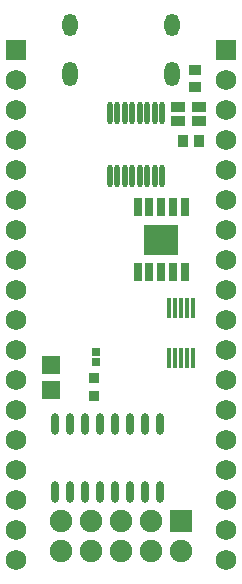
<source format=gbs>
G04 Layer: BottomSolderMaskLayer*
G04 EasyEDA Pro v1.9.26, 2023-01-09 17:51:20*
G04 Gerber Generator version 0.3*
G04 Scale: 100 percent, Rotated: No, Reflected: No*
G04 Dimensions in millimeters*
G04 Leading zeros omitted, absolute positions, 3 integers and 3 decimals*
%FSLAX33Y33*%
%MOMM*%
%AMOval*1,1,$1,$2,$3*1,1,$1,$4,$5*20,1,$1,$2,$3,$4,$5,0*%
%ADD10Oval,1.300023X0.0X-0.399999X0.0X0.399999*%
%ADD11Oval,1.300023X0.0X-0.299999X0.0X0.299999*%
%ADD12C,1.901596*%
%ADD13R,1.901596X1.901596*%
%ADD14R,1.701597X1.751609*%
%ADD15C,1.751609*%
%ADD16R,0.641604X0.667258*%
%ADD17R,0.965606X0.908075*%
%ADD18R,1.60274X1.50368*%
%ADD19R,0.901598X1.001598*%
%ADD20R,1.201598X0.901598*%
%ADD21Oval,0.38161X0.0X-0.670001X0.0X0.670001*%
%ADD22Oval,0.661594X0.0X-0.592506X0.0X0.592506*%
%ADD23R,0.701599X1.601597*%
%ADD24R,2.901594X2.501595*%
%ADD25Oval,0.4572X0.0X-0.729602X0.0X0.729602*%
%ADD26R,1.001598X0.901598*%
G75*


G04 Pad Start*
G54D10*
G01X121422Y20200D03*
G01X112772Y20200D03*
G54D11*
G01X121422Y24400D03*
G01X112772Y24400D03*
G54D12*
G01X112017Y-20139D03*
G01X112017Y-17599D03*
G01X114557Y-20139D03*
G01X114557Y-17599D03*
G01X117097Y-20139D03*
G01X117097Y-17599D03*
G01X119637Y-20139D03*
G01X119637Y-17599D03*
G01X122177Y-20139D03*
G54D13*
G01X122177Y-17599D03*
G54D14*
G01X108207Y22279D03*
G54D15*
G01X108207Y19739D03*
G01X108207Y17199D03*
G01X108207Y14659D03*
G01X108207Y12119D03*
G01X108207Y9579D03*
G01X108207Y7039D03*
G01X108207Y4499D03*
G01X108207Y1959D03*
G01X108207Y-581D03*
G01X108207Y-3121D03*
G01X108207Y-5661D03*
G01X108207Y-8201D03*
G01X108207Y-10741D03*
G01X108207Y-13281D03*
G01X108207Y-15821D03*
G01X108207Y-18361D03*
G01X108207Y-20901D03*
G54D16*
G01X114938Y-3323D03*
G01X114938Y-4188D03*
G54D17*
G01X114811Y-5542D03*
G01X114811Y-7049D03*
G54D18*
G01X111128Y-6550D03*
G01X111128Y-4449D03*
G54D19*
G01X122301Y14532D03*
G01X123701Y14532D03*
G54D20*
G01X123712Y17393D03*
G01X123712Y16243D03*
G01X121912Y16244D03*
G01X121912Y17394D03*
G54D14*
G01X125987Y22279D03*
G54D15*
G01X125987Y19739D03*
G01X125987Y17199D03*
G01X125987Y14659D03*
G01X125987Y12119D03*
G01X125987Y9579D03*
G01X125987Y7039D03*
G01X125987Y4499D03*
G01X125987Y1959D03*
G01X125987Y-581D03*
G01X125987Y-3121D03*
G01X125987Y-5661D03*
G01X125987Y-8201D03*
G01X125987Y-10741D03*
G01X125987Y-13281D03*
G01X125987Y-15821D03*
G01X125987Y-18361D03*
G01X125987Y-20901D03*
G54D21*
G01X123177Y-3834D03*
G01X122677Y-3834D03*
G01X122177Y-3834D03*
G01X121677Y-3834D03*
G01X121177Y-3834D03*
G01X123177Y386D03*
G01X122677Y386D03*
G01X122177Y386D03*
G01X121677Y386D03*
G01X121177Y386D03*
G54D22*
G01X120399Y-15137D03*
G01X119129Y-15137D03*
G01X117859Y-15137D03*
G01X116589Y-15137D03*
G01X115319Y-15137D03*
G01X114049Y-15137D03*
G01X112779Y-15137D03*
G01X111509Y-15137D03*
G01X120399Y-9392D03*
G01X119129Y-9392D03*
G01X117859Y-9392D03*
G01X116589Y-9392D03*
G01X115319Y-9392D03*
G01X114049Y-9392D03*
G01X112779Y-9392D03*
G01X111509Y-9392D03*
G54D23*
G01X118494Y8944D03*
G01X119494Y8944D03*
G01X120494Y8944D03*
G01X121494Y8944D03*
G01X122494Y8944D03*
G01X122494Y3445D03*
G01X121494Y3445D03*
G01X120494Y3445D03*
G01X119494Y3445D03*
G01X118494Y3445D03*
G54D24*
G01X120494Y6195D03*
G54D25*
G01X116145Y16933D03*
G01X116780Y16933D03*
G01X117415Y16933D03*
G01X118050Y16933D03*
G01X118685Y16933D03*
G01X119320Y16933D03*
G01X119955Y16933D03*
G01X120590Y16933D03*
G01X116145Y11624D03*
G01X116780Y11624D03*
G01X117415Y11624D03*
G01X118050Y11624D03*
G01X118685Y11624D03*
G01X119320Y11624D03*
G01X119955Y11624D03*
G01X120590Y11624D03*
G54D26*
G01X123320Y20566D03*
G01X123320Y19166D03*
G04 Pad End*

M02*

</source>
